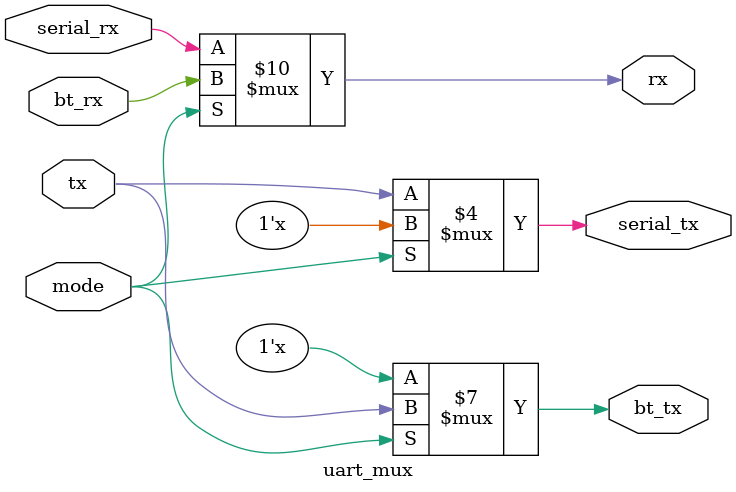
<source format=v>
`timescale 1ns / 1ps


module uart_mux(
    input mode,
    output reg rx,
    input tx,
    input bt_rx,
    output reg bt_tx,
    input serial_rx,
    output reg serial_tx
    );

    always@(*)
    begin
        if (mode == 1)
        begin
            rx <= bt_rx;
            bt_tx <= tx;
        end
        else
        begin
            rx <= serial_rx;
            serial_tx <= tx;
        end
    end
endmodule

</source>
